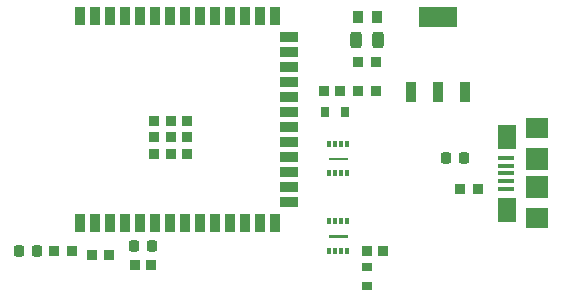
<source format=gtp>
%TF.GenerationSoftware,KiCad,Pcbnew,7.0.2-6a45011f42~172~ubuntu20.04.1*%
%TF.CreationDate,2023-05-12T18:09:32+10:00*%
%TF.ProjectId,pcb_redesign,7063625f-7265-4646-9573-69676e2e6b69,rev?*%
%TF.SameCoordinates,Original*%
%TF.FileFunction,Paste,Top*%
%TF.FilePolarity,Positive*%
%FSLAX46Y46*%
G04 Gerber Fmt 4.6, Leading zero omitted, Abs format (unit mm)*
G04 Created by KiCad (PCBNEW 7.0.2-6a45011f42~172~ubuntu20.04.1) date 2023-05-12 18:09:32*
%MOMM*%
%LPD*%
G01*
G04 APERTURE LIST*
G04 Aperture macros list*
%AMRoundRect*
0 Rectangle with rounded corners*
0 $1 Rounding radius*
0 $2 $3 $4 $5 $6 $7 $8 $9 X,Y pos of 4 corners*
0 Add a 4 corners polygon primitive as box body*
4,1,4,$2,$3,$4,$5,$6,$7,$8,$9,$2,$3,0*
0 Add four circle primitives for the rounded corners*
1,1,$1+$1,$2,$3*
1,1,$1+$1,$4,$5*
1,1,$1+$1,$6,$7*
1,1,$1+$1,$8,$9*
0 Add four rect primitives between the rounded corners*
20,1,$1+$1,$2,$3,$4,$5,0*
20,1,$1+$1,$4,$5,$6,$7,0*
20,1,$1+$1,$6,$7,$8,$9,0*
20,1,$1+$1,$8,$9,$2,$3,0*%
G04 Aperture macros list end*
%ADD10C,0.010000*%
%ADD11R,0.900000X0.970000*%
%ADD12R,0.940000X1.020000*%
%ADD13R,0.870000X0.930000*%
%ADD14RoundRect,0.243750X-0.243750X-0.456250X0.243750X-0.456250X0.243750X0.456250X-0.243750X0.456250X0*%
%ADD15RoundRect,0.225000X-0.225000X-0.250000X0.225000X-0.250000X0.225000X0.250000X-0.225000X0.250000X0*%
%ADD16R,1.350000X0.400000*%
%ADD17R,1.600000X2.100000*%
%ADD18R,1.900000X1.800000*%
%ADD19R,1.900000X1.900000*%
%ADD20R,0.950000X1.750000*%
%ADD21R,3.200000X1.750000*%
%ADD22R,0.970000X0.930000*%
%ADD23R,0.900000X0.900000*%
%ADD24R,0.900000X1.500000*%
%ADD25R,1.500000X0.900000*%
%ADD26R,0.790000X0.930000*%
%ADD27R,0.930000X0.790000*%
%ADD28R,0.350000X0.560000*%
G04 APERTURE END LIST*
%TO.C,A3908EEETR-T3*%
D10*
X135730000Y-71280000D02*
X134990000Y-71280000D01*
X134990000Y-71190000D01*
X135730000Y-71190000D01*
X135730000Y-71280000D01*
G36*
X135730000Y-71280000D02*
G01*
X134990000Y-71280000D01*
X134990000Y-71190000D01*
X135730000Y-71190000D01*
X135730000Y-71280000D01*
G37*
X136510000Y-71280000D02*
X135770000Y-71280000D01*
X135770000Y-71190000D01*
X136510000Y-71190000D01*
X136510000Y-71280000D01*
G36*
X136510000Y-71280000D02*
G01*
X135770000Y-71280000D01*
X135770000Y-71190000D01*
X136510000Y-71190000D01*
X136510000Y-71280000D01*
G37*
%TO.C,A3908EEETR-T1*%
X136510000Y-77810000D02*
X135770000Y-77810000D01*
X135770000Y-77720000D01*
X136510000Y-77720000D01*
X136510000Y-77810000D01*
G36*
X136510000Y-77810000D02*
G01*
X135770000Y-77810000D01*
X135770000Y-77720000D01*
X136510000Y-77720000D01*
X136510000Y-77810000D01*
G37*
X135730000Y-77810000D02*
X134990000Y-77810000D01*
X134990000Y-77720000D01*
X135730000Y-77720000D01*
X135730000Y-77810000D01*
G36*
X135730000Y-77810000D02*
G01*
X134990000Y-77810000D01*
X134990000Y-77720000D01*
X135730000Y-77720000D01*
X135730000Y-77810000D01*
G37*
%TD*%
D11*
%TO.C,R6*%
X114890000Y-79400000D03*
X116410000Y-79400000D03*
%TD*%
D12*
%TO.C,R3*%
X139040000Y-59200000D03*
X137460000Y-59200000D03*
%TD*%
D13*
%TO.C,C3*%
X113280000Y-79000000D03*
X111720000Y-79000000D03*
%TD*%
D14*
%TO.C,D1*%
X137312500Y-61200000D03*
X139187500Y-61200000D03*
%TD*%
D15*
%TO.C,C4*%
X144875000Y-71200000D03*
X146425000Y-71200000D03*
%TD*%
D13*
%TO.C,C2*%
X146055000Y-73795000D03*
X147615000Y-73795000D03*
%TD*%
D16*
%TO.C,J1*%
X149950000Y-73750000D03*
X149950000Y-73100000D03*
X149950000Y-72450000D03*
X149950000Y-71800000D03*
X149950000Y-71150000D03*
D17*
X150075000Y-75550000D03*
X150075000Y-69350000D03*
D18*
X152625000Y-76250000D03*
D19*
X152625000Y-73650000D03*
X152625000Y-71250000D03*
D18*
X152625000Y-68650000D03*
%TD*%
D20*
%TO.C,IC1*%
X141950000Y-65550000D03*
X144250000Y-65550000D03*
X146550000Y-65550000D03*
D21*
X144250000Y-59250000D03*
%TD*%
D15*
%TO.C,C8*%
X108725000Y-79000000D03*
X110275000Y-79000000D03*
%TD*%
%TO.C,C1*%
X118499700Y-78600000D03*
X120049700Y-78600000D03*
%TD*%
D22*
%TO.C,R1*%
X118570000Y-80200000D03*
X119930000Y-80200000D03*
%TD*%
D13*
%TO.C,C7*%
X139010000Y-65530000D03*
X137450000Y-65530000D03*
%TD*%
%TO.C,C6*%
X139010000Y-63050000D03*
X137450000Y-63050000D03*
%TD*%
D23*
%TO.C,U1*%
X123000000Y-70800000D03*
X120200000Y-69400000D03*
X123000000Y-68000000D03*
X121600000Y-68000000D03*
X123000000Y-69400000D03*
X120200000Y-68000000D03*
X120200000Y-70800000D03*
X121600000Y-70800000D03*
X121600000Y-69400000D03*
D24*
X113880000Y-59150000D03*
X115150000Y-59150000D03*
X116420000Y-59150000D03*
X117690000Y-59150000D03*
X118960000Y-59150000D03*
X120230000Y-59150000D03*
X121500000Y-59150000D03*
X122770000Y-59150000D03*
X124040000Y-59150000D03*
X125310000Y-59150000D03*
X126580000Y-59150000D03*
X127850000Y-59150000D03*
X129120000Y-59150000D03*
X130390000Y-59150000D03*
D25*
X131640000Y-60915000D03*
X131640000Y-62185000D03*
X131640000Y-63455000D03*
X131640000Y-64725000D03*
X131640000Y-65995000D03*
X131640000Y-67265000D03*
X131640000Y-68535000D03*
X131640000Y-69805000D03*
X131640000Y-71075000D03*
X131640000Y-72345000D03*
X131640000Y-73615000D03*
X131640000Y-74885000D03*
D24*
X130390000Y-76650000D03*
X129120000Y-76650000D03*
X127850000Y-76650000D03*
X126580000Y-76650000D03*
X125310000Y-76650000D03*
X124040000Y-76650000D03*
X122770000Y-76650000D03*
X121500000Y-76650000D03*
X120230000Y-76650000D03*
X118960000Y-76650000D03*
X117690000Y-76650000D03*
X116420000Y-76650000D03*
X115150000Y-76650000D03*
X113880000Y-76650000D03*
%TD*%
D22*
%TO.C,R9*%
X134570000Y-65500000D03*
X135930000Y-65500000D03*
%TD*%
D26*
%TO.C,R8*%
X136320000Y-67250000D03*
X134680000Y-67250000D03*
%TD*%
D22*
%TO.C,R5*%
X138250000Y-79000000D03*
X139610000Y-79000000D03*
%TD*%
D27*
%TO.C,R4*%
X138250000Y-82020000D03*
X138250000Y-80380000D03*
%TD*%
D28*
%TO.C,A3908EEETR-T3*%
X135000000Y-72470000D03*
X135500000Y-72470000D03*
X136000000Y-72470000D03*
X136500000Y-72470000D03*
X136500000Y-70000000D03*
X136000000Y-70000000D03*
X135500000Y-70000000D03*
X135000000Y-70000000D03*
%TD*%
%TO.C,A3908EEETR-T1*%
X136500000Y-76530000D03*
X136000000Y-76530000D03*
X135500000Y-76530000D03*
X135000000Y-76530000D03*
X135000000Y-79000000D03*
X135500000Y-79000000D03*
X136000000Y-79000000D03*
X136500000Y-79000000D03*
%TD*%
M02*

</source>
